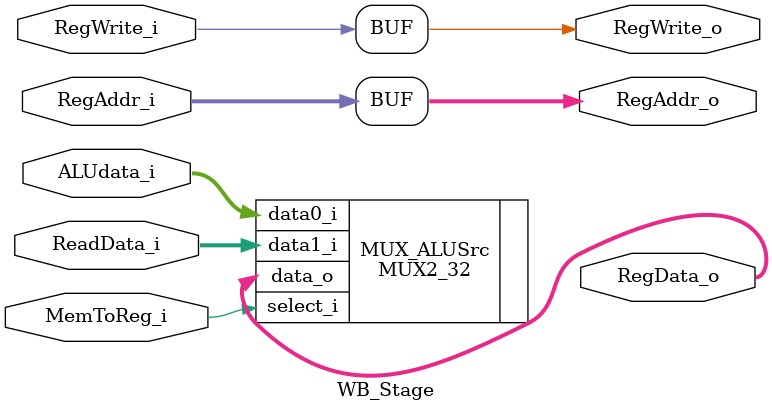
<source format=v>
module WB_Stage(

// From MEM/WB register
    RegWrite_i, 
    MemToReg_i, 

    ReadData_i,
    ALUdata_i,
    RegAddr_i,

// To register file in ID stage
    RegWrite_o,
    RegData_o,      // the data to be writen into the register file.
    RegAddr_o       // the register address for write-back
);


// Ports
input               RegWrite_i, MemToReg_i;
input   [31:0]      ReadData_i, ALUdata_i;
input   [4:0]       RegAddr_i;
output              RegWrite_o;
output  [4:0]       RegAddr_o;
output  [31:0]      RegData_o;

// Submodule
MUX2_32 MUX_ALUSrc(
    .data0_i    (ALUdata_i),
    .data1_i    (ReadData_i),
    .select_i   (MemToReg_i),
    .data_o     (RegData_o)
);


// Connection
assign  RegWrite_o = RegWrite_i;
assign  RegAddr_o  = RegAddr_i;


endmodule
</source>
